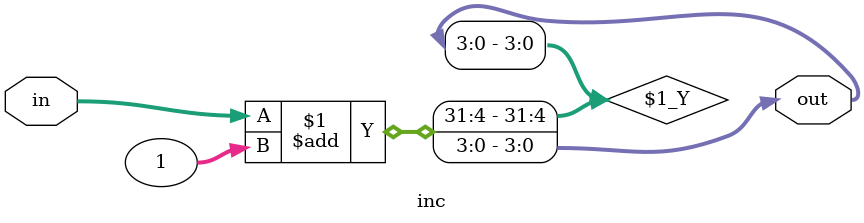
<source format=sv>
`default_nettype none

module counter (
    input var logic clk,
    output var logic [3:0] out
);

    logic [3:0] next;
    inc inc (
        .in (out),
        .out(next)
    );

    always_ff @(posedge clk) begin
        out <= next;
    end

endmodule


module inc (
    input var  logic [3:0] in,
    output var logic [3:0] out
);

    assign out = in + 1;

endmodule

</source>
